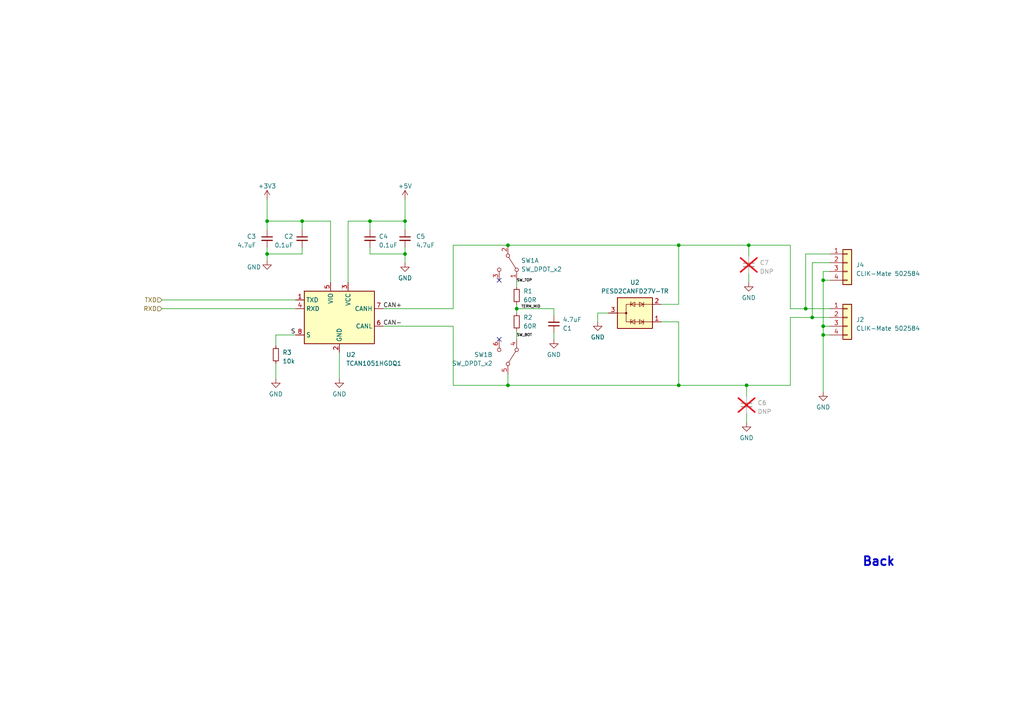
<source format=kicad_sch>
(kicad_sch (version 20230121) (generator eeschema)
  (paper "A4")
  (title_block (title "FDCAN_TRANSCEIVER") (date "2023-06-06") (company "EFPL Xplore") (comment 3 "Made by : [MYB]"))
  (lib_symbols
    (symbol "0_interface_can:TCAN1051HGDQ1"
      (property "Reference" "U" (at 0 0 0))
      (property "Value" "TCAN1051HGDQ1" (at 0 0 0))
      (symbol "TCAN1051HGDQ1_0_1"
        (rectangle (start -10.16 7.62) (end 10.16 -7.62) (stroke (width 0.254)) (fill (type background)))
      )
      (symbol "TCAN1051HGDQ1_1_1"
        (pin input line (at -12.7 5.08 0) (length 2.54) (name "TXD") (number "1"))
        (pin power_in line (at 0 -10.16 90) (length 2.54) (name "GND") (number "2"))
        (pin power_in line (at 2.54 10.16 270) (length 2.54) (name "VCC") (number "3"))
        (pin output line (at -12.7 2.54 0) (length 2.54) (name "RXD") (number "4"))
        (pin power_in line (at -2.54 10.16 270) (length 2.54) (name "VIO") (number "5"))
        (pin bidirectional line (at 12.7 -2.54 180) (length 2.54) (name "CANL") (number "6"))
        (pin bidirectional line (at 12.7 2.54 180) (length 2.54) (name "CANH") (number "7"))
        (pin input line (at -12.7 -5.08 0) (length 2.54) (name "S") (number "8"))
      )
    )
    (symbol "0_power_protection:PESD2CANFD27V-TR" (pin_names hide)
      (property "Reference" "U" (at -3.81 -6.985 0))
      (property "Value" "PESD2CANFD27V-TR" (at 14.605 -7.62 0))
      (symbol "PESD2CANFD27V-TR_0_0"
        (pin passive line (at 0 -8.255 90) (length 2.54) (name "CC") (number "3"))
      )
      (symbol "PESD2CANFD27V-TR_0_1"
        (rectangle (start -4.445 4.445) (end 4.445 -5.715) (stroke (width 0.254)) (fill (type background)))
        (circle (center 0 -3.175) (radius 0.254) (fill (type outline)))
        (polyline (pts (xy -2.54 -3.175) (xy -2.54 -1.905)))
        (polyline (pts (xy -2.54 -3.175) (xy 2.54 -3.175)))
        (polyline (pts (xy -2.54 1.905) (xy -2.54 -1.905)))
        (polyline (pts (xy -2.54 4.445) (xy -2.54 1.905)))
        (polyline (pts (xy 0 -3.175) (xy 0 -5.715)))
        (polyline (pts (xy 2.54 -3.175) (xy 2.54 -1.905)))
        (polyline (pts (xy 2.54 1.905) (xy 2.54 -1.905)))
        (polyline (pts (xy 2.54 4.445) (xy 2.54 1.905)))
        (polyline (pts (xy -3.175 -1.651) (xy -3.175 -1.905) (xy -1.905 -1.905)))
        (polyline (pts (xy -3.175 1.905) (xy -1.905 1.905) (xy -1.905 1.651)))
        (polyline (pts (xy 1.905 -1.651) (xy 1.905 -1.905) (xy 3.175 -1.905)))
        (polyline (pts (xy 1.905 1.905) (xy 3.175 1.905) (xy 3.175 1.651)))
        (polyline (pts (xy -2.54 -1.905) (xy -3.175 -0.635) (xy -1.905 -0.635) (xy -2.54 -1.905)))
        (polyline (pts (xy -2.54 1.905) (xy -1.905 0.635) (xy -3.175 0.635) (xy -2.54 1.905)))
        (polyline (pts (xy 2.54 -1.905) (xy 1.905 -0.635) (xy 3.175 -0.635) (xy 2.54 -1.905)))
        (polyline (pts (xy 2.54 1.905) (xy 3.175 0.635) (xy 1.905 0.635) (xy 2.54 1.905)))
      )
      (symbol "PESD2CANFD27V-TR_1_1"
        (pin passive line (at 2.54 6.985 270) (length 2.54) (name "K1") (number "1"))
        (pin passive line (at -2.54 6.985 270) (length 2.54) (name "K2") (number "2"))
      )
    )
    (symbol "Connector_Generic:Conn_01x04" (pin_names (offset 1.016) hide)
      (property "Reference" "J" (at 0 5.08 0))
      (property "Value" "Conn_01x04" (at 0 -7.62 0))
      (symbol "Conn_01x04_1_1"
        (rectangle (start -1.27 -4.953) (end 0 -5.207) (stroke (width 0.1524)))
        (rectangle (start -1.27 -2.413) (end 0 -2.667) (stroke (width 0.1524)))
        (rectangle (start -1.27 0.127) (end 0 -0.127) (stroke (width 0.1524)))
        (rectangle (start -1.27 2.667) (end 0 2.413) (stroke (width 0.1524)))
        (rectangle (start -1.27 3.81) (end 1.27 -6.35) (stroke (width 0.254)) (fill (type background)))
        (pin passive line (at -5.08 2.54 0) (length 3.81) (name "Pin_1") (number "1"))
        (pin passive line (at -5.08 0 0) (length 3.81) (name "Pin_2") (number "2"))
        (pin passive line (at -5.08 -2.54 0) (length 3.81) (name "Pin_3") (number "3"))
        (pin passive line (at -5.08 -5.08 0) (length 3.81) (name "Pin_4") (number "4"))
      )
    )
    (symbol "Device:C_Small" (pin_numbers hide) (pin_names (offset 0.254) hide)
      (property "Reference" "C" (at 0.254 1.778 0))
      (property "Value" "C_Small" (at 0.254 -2.032 0))
      (symbol "C_Small_0_1"
        (polyline (pts (xy -1.524 -0.508) (xy 1.524 -0.508)) (stroke (width 0.3302)))
        (polyline (pts (xy -1.524 0.508) (xy 1.524 0.508)) (stroke (width 0.3048)))
      )
      (symbol "C_Small_1_1"
        (pin passive line (at 0 2.54 270) (length 2.032) (name "~") (number "1"))
        (pin passive line (at 0 -2.54 90) (length 2.032) (name "~") (number "2"))
      )
    )
    (symbol "Device:R_Small" (pin_numbers hide) (pin_names (offset 0.254) hide)
      (property "Reference" "R" (at 0.762 0.508 0))
      (property "Value" "R_Small" (at 0.762 -1.016 0))
      (symbol "R_Small_0_1"
        (rectangle (start -0.762 1.778) (end 0.762 -1.778) (stroke (width 0.2032)))
      )
      (symbol "R_Small_1_1"
        (pin passive line (at 0 2.54 270) (length 0.762) (name "~") (number "1"))
        (pin passive line (at 0 -2.54 90) (length 0.762) (name "~") (number "2"))
      )
    )
    (symbol "PCM_4ms_Power-symbol:+3.3V" (power) (pin_names (offset 0))
      (property "Value" "+3.3V" (at 0 3.556 0))
      (symbol "+3.3V_0_1"
        (polyline (pts (xy -0.762 1.27) (xy 0 2.54)))
        (polyline (pts (xy 0 0) (xy 0 2.54)))
        (polyline (pts (xy 0 2.54) (xy 0.762 1.27)))
      )
      (symbol "+3.3V_1_1"
        (pin power_in line (at 0 0 90) (length 0) hide (name "+3V3") (number "1"))
      )
    )
    (symbol "PCM_4ms_Power-symbol:+5V" (power) (pin_names (offset 0))
      (property "Value" "+5V" (at 0 3.556 0))
      (symbol "+5V_0_1"
        (polyline (pts (xy -0.762 1.27) (xy 0 2.54)))
        (polyline (pts (xy 0 0) (xy 0 2.54)))
        (polyline (pts (xy 0 2.54) (xy 0.762 1.27)))
      )
      (symbol "+5V_1_1"
        (pin power_in line (at 0 0 90) (length 0) hide (name "+5V") (number "1"))
      )
    )
    (symbol "PCM_4ms_Power-symbol:GND" (power) (pin_names (offset 0))
      (property "Value" "GND" (at 0 -3.81 0))
      (symbol "GND_0_1"
        (polyline (pts (xy 0 0) (xy 0 -1.27) (xy 1.27 -1.27) (xy 0 -2.54) (xy -1.27 -1.27) (xy 0 -1.27)))
      )
      (symbol "GND_1_1"
        (pin power_in line (at 0 0 270) (length 0) hide (name "GND") (number "1"))
      )
    )
    (symbol "Switch:SW_DPDT_x2" (pin_names (offset 0) hide)
      (property "Reference" "SW" (at 0 4.318 0))
      (property "Value" "SW_DPDT_x2" (at 0 -5.08 0))
      (symbol "SW_DPDT_x2_0_0"
        (circle (center -2.032 0) (radius 0.508))
        (circle (center 2.032 -2.54) (radius 0.508))
      )
      (symbol "SW_DPDT_x2_0_1"
        (polyline (pts (xy -1.524 0.254) (xy 1.651 2.286)))
        (circle (center 2.032 2.54) (radius 0.508))
      )
      (symbol "SW_DPDT_x2_1_1"
        (pin passive line (at 5.08 2.54 180) (length 2.54) (name "A") (number "1"))
        (pin passive line (at -5.08 0 0) (length 2.54) (name "B") (number "2"))
        (pin passive line (at 5.08 -2.54 180) (length 2.54) (name "C") (number "3"))
      )
      (symbol "SW_DPDT_x2_2_1"
        (pin passive line (at 5.08 2.54 180) (length 2.54) (name "A") (number "4"))
        (pin passive line (at -5.08 0 0) (length 2.54) (name "B") (number "5"))
        (pin passive line (at 5.08 -2.54 180) (length 2.54) (name "C") (number "6"))
      )
    )
  )
  (junction (at 217.17 71.12))
  (junction (at 87.63 64.135))
  (junction (at 216.535 111.76))
  (junction (at 117.475 64.135))
  (junction (at 147.32 111.76))
  (junction (at 107.315 64.135))
  (junction (at 149.86 89.535))
  (junction (at 147.32 71.12))
  (junction (at 238.76 81.28))
  (junction (at 196.85 71.12))
  (junction (at 196.85 111.76))
  (junction (at 238.76 94.615))
  (junction (at 117.475 73.66))
  (junction (at 77.47 64.135))
  (junction (at 235.585 92.075))
  (junction (at 233.68 89.535))
  (junction (at 238.76 97.155))
  (junction (at 77.47 73.66))
  (no_connect (at 144.78 98.425))
  (no_connect (at 144.78 81.28))
  (wire (pts (xy 147.32 71.12) (xy 196.85 71.12)))
  (wire (pts (xy 107.315 64.135) (xy 117.475 64.135)))
  (wire (pts (xy 235.585 76.2) (xy 235.585 92.075)))
  (wire (pts (xy 77.47 71.755) (xy 77.47 73.66)))
  (wire (pts (xy 77.47 57.785) (xy 77.47 64.135)))
  (wire (pts (xy 77.47 64.135) (xy 77.47 66.675)))
  (wire (pts (xy 233.68 89.535) (xy 240.665 89.535)))
  (wire (pts (xy 46.99 86.995) (xy 85.725 86.995)))
  (wire (pts (xy 196.85 111.76) (xy 216.535 111.76)))
  (wire (pts (xy 217.17 71.12) (xy 196.85 71.12)))
  (wire (pts (xy 229.235 92.075) (xy 235.585 92.075)))
  (wire (pts (xy 238.76 81.28) (xy 240.665 81.28)))
  (wire (pts (xy 131.445 89.535) (xy 111.125 89.535)))
  (wire (pts (xy 147.32 111.76) (xy 196.85 111.76)))
  (wire (pts (xy 233.68 73.66) (xy 233.68 89.535)))
  (wire (pts (xy 160.655 96.52) (xy 160.655 98.425)))
  (wire (pts (xy 149.86 89.535) (xy 160.655 89.535)))
  (wire (pts (xy 107.315 71.755) (xy 107.315 73.66)))
  (wire (pts (xy 149.86 95.885) (xy 149.86 98.425)))
  (wire (pts (xy 131.445 71.12) (xy 147.32 71.12)))
  (wire (pts (xy 147.32 108.585) (xy 147.32 111.76)))
  (wire (pts (xy 229.235 71.12) (xy 217.17 71.12)))
  (wire (pts (xy 111.125 94.615) (xy 131.445 94.615)))
  (wire (pts (xy 217.17 71.12) (xy 217.17 74.295)))
  (wire (pts (xy 131.445 111.76) (xy 147.32 111.76)))
  (wire (pts (xy 233.68 73.66) (xy 240.665 73.66)))
  (wire (pts (xy 238.76 94.615) (xy 240.665 94.615)))
  (wire (pts (xy 107.315 64.135) (xy 100.965 64.135)))
  (wire (pts (xy 196.85 71.12) (xy 196.85 88.265)))
  (wire (pts (xy 173.355 93.345) (xy 173.355 90.805)))
  (wire (pts (xy 77.47 73.66) (xy 77.47 75.565)))
  (wire (pts (xy 87.63 64.135) (xy 95.885 64.135)))
  (wire (pts (xy 87.63 73.66) (xy 77.47 73.66)))
  (wire (pts (xy 100.965 64.135) (xy 100.965 81.915)))
  (wire (pts (xy 196.85 93.345) (xy 191.77 93.345)))
  (wire (pts (xy 238.76 113.665) (xy 238.76 97.155)))
  (wire (pts (xy 149.86 83.185) (xy 149.86 81.28)))
  (wire (pts (xy 46.99 89.535) (xy 85.725 89.535)))
  (wire (pts (xy 131.445 94.615) (xy 131.445 111.76)))
  (wire (pts (xy 229.235 92.075) (xy 229.235 111.76)))
  (wire (pts (xy 216.535 111.76) (xy 216.535 114.935)))
  (wire (pts (xy 117.475 73.66) (xy 117.475 76.2)))
  (wire (pts (xy 80.01 109.855) (xy 80.01 105.41)))
  (wire (pts (xy 80.01 100.33) (xy 80.01 97.155)))
  (wire (pts (xy 131.445 71.12) (xy 131.445 89.535)))
  (wire (pts (xy 238.76 81.28) (xy 238.76 78.74)))
  (wire (pts (xy 87.63 66.675) (xy 87.63 64.135)))
  (wire (pts (xy 160.655 89.535) (xy 160.655 91.44)))
  (wire (pts (xy 149.86 89.535) (xy 149.86 90.805)))
  (wire (pts (xy 235.585 92.075) (xy 240.665 92.075)))
  (wire (pts (xy 173.355 90.805) (xy 176.53 90.805)))
  (wire (pts (xy 229.235 71.12) (xy 229.235 89.535)))
  (wire (pts (xy 149.86 88.265) (xy 149.86 89.535)))
  (wire (pts (xy 87.63 71.755) (xy 87.63 73.66)))
  (wire (pts (xy 235.585 76.2) (xy 240.665 76.2)))
  (wire (pts (xy 107.315 66.675) (xy 107.315 64.135)))
  (wire (pts (xy 238.76 97.155) (xy 240.665 97.155)))
  (wire (pts (xy 80.01 97.155) (xy 85.725 97.155)))
  (wire (pts (xy 216.535 122.555) (xy 216.535 120.015)))
  (wire (pts (xy 238.76 78.74) (xy 240.665 78.74)))
  (wire (pts (xy 238.76 94.615) (xy 238.76 97.155)))
  (wire (pts (xy 117.475 71.755) (xy 117.475 73.66)))
  (wire (pts (xy 117.475 57.785) (xy 117.475 64.135)))
  (wire (pts (xy 217.17 81.915) (xy 217.17 79.375)))
  (wire (pts (xy 196.85 88.265) (xy 191.77 88.265)))
  (wire (pts (xy 117.475 64.135) (xy 117.475 66.675)))
  (wire (pts (xy 98.425 102.235) (xy 98.425 109.855)))
  (wire (pts (xy 238.76 81.28) (xy 238.76 94.615)))
  (wire (pts (xy 107.315 73.66) (xy 117.475 73.66)))
  (wire (pts (xy 95.885 64.135) (xy 95.885 81.915)))
  (wire (pts (xy 216.535 111.76) (xy 229.235 111.76)))
  (wire (pts (xy 196.85 111.76) (xy 196.85 93.345)))
  (wire (pts (xy 233.68 89.535) (xy 229.235 89.535)))
  (wire (pts (xy 77.47 64.135) (xy 87.63 64.135)))
  (text "Back" (at 259.715 164.465 0) (effects (font (size 2.54 2.54) bold) (justify right bottom)))
  (label "CAN-" (at 111.125 94.615 0))
  (label "S" (at 85.725 97.155 180))
  (label "TERM_MID" (at 151.13 89.535 0) (effects (font (size 0.762 0.762) bold)))
  (label "SW_BOT" (at 149.86 97.79 0) (effects (font (size 0.762 0.762) bold)))
  (label "SW_TOP" (at 149.86 81.915 0) (effects (font (size 0.762 0.762) bold)))
  (label "CAN+" (at 111.125 89.535 0))
  (hierarchical_label "TXD" (shape input) (at 46.99 86.995 180))
  (hierarchical_label "RXD" (shape input) (at 46.99 89.535 180))
  (symbol (lib_id "0_interface_can:TCAN1051HGDQ1") (at 98.425 92.075 0) (unit 1)
    (property "Reference" "U2" (at 100.3809 102.87 0) (effects (justify left)))
    (property "Value" "TCAN1051HGDQ1" (at 100.3809 105.41 0) (effects (justify left)))
    (property "Footprint" "Package_SO:SOIC-8_3.9x4.9mm_P1.27mm" (effects hide))
    (property "Datasheet" "https://www.ti.com/lit/ds/symlink/tcan1051g-q1.pdf?HQS=dis-mous-null-mousermode-dsf-pf-null-wwe&ts=1667828631710&ref_url=https%253A%252F%252Fwww.mouser.ch%252F" (effects hide))
    (instances (project "jetson_hat" (path "" (reference "U2") (unit 1)) (path "" (reference "U1") (unit 1)) (path "" (reference "U3") (unit 1)) (path "" (reference "U7") (unit 1))))
  )
  (symbol (lib_id "Switch:SW_DPDT_x2") (at 147.32 76.2 270) (unit 1)
    (property "Reference" "SW1" (at 151.13 75.565 90) (effects (justify left)))
    (property "Value" "SW_DPDT_x2" (at 151.13 78.105 90) (effects (justify left)))
    (property "Footprint" "0_switch_button:CAS-220TB" (effects hide))
    (instances (project "jetson_hat" (path "" (reference "SW1") (unit 1)) (path "" (reference "SW2") (unit 1)) (path "" (reference "SW3") (unit 1))))
  )
  (symbol (lib_id "PCM_4ms_Power-symbol:GND") (at 80.01 109.855 0) (unit 1)
    (property "Reference" "#PWR02" (effects hide))
    (property "Value" "GND" (at 80.01 114.3 0))
    (instances (project "jetson_hat" (path "" (reference "#PWR02") (unit 1)) (path "" (reference "#PWR014") (unit 1)) (path "" (reference "#PWR015") (unit 1)) (path "" (reference "#PWR038") (unit 1))))
  )
  (symbol (lib_id "Device:R_Small") (at 149.86 93.345 0) (unit 1)
    (property "Reference" "R2" (at 151.765 92.075 0) (effects (justify left)))
    (property "Value" "60R" (at 151.765 94.615 0) (effects (justify left)))
    (property "Footprint" "Resistor_SMD:R_0603_1608Metric_Pad0.98x0.95mm_HandSolder" (effects hide))
    (instances (project "jetson_hat" (path "" (reference "R2") (unit 1)) (path "" (reference "R6") (unit 1)) (path "" (reference "R9") (unit 1))))
  )
  (symbol (lib_id "PCM_4ms_Power-symbol:GND") (at 98.425 109.855 0) (unit 1)
    (property "Reference" "#PWR02" (effects hide))
    (property "Value" "GND" (at 98.425 114.3 0))
    (instances (project "jetson_hat" (path "" (reference "#PWR02") (unit 1)) (path "" (reference "#PWR07") (unit 1)) (path "" (reference "#PWR017") (unit 1)) (path "" (reference "#PWR040") (unit 1))))
  )
  (symbol (lib_id "PCM_4ms_Power-symbol:GND") (at 217.17 81.915 0) (unit 1)
    (property "Reference" "#PWR02" (effects hide))
    (property "Value" "GND" (at 217.17 86.36 0))
    (instances (project "jetson_hat" (path "" (reference "#PWR02") (unit 1)) (path "" (reference "#PWR025") (unit 1)) (path "" (reference "#PWR026") (unit 1)) (path "" (reference "#PWR049") (unit 1))))
  )
  (symbol (lib_id "PCM_4ms_Power-symbol:GND") (at 173.355 93.345 0) (unit 1)
    (property "Reference" "#PWR02" (effects hide))
    (property "Value" "GND" (at 173.355 97.79 0))
    (instances (project "jetson_hat" (path "" (reference "#PWR02") (unit 1)) (path "" (reference "#PWR011") (unit 1)) (path "" (reference "#PWR021") (unit 1)) (path "" (reference "#PWR044") (unit 1))))
  )
  (symbol (lib_id "Device:C_Small") (at 107.315 69.215 0) (unit 1)
    (property "Reference" "C4" (at 109.855 68.5863 0) (effects (justify left)))
    (property "Value" "0.1uF" (at 109.855 71.1263 0) (effects (justify left)))
    (property "Footprint" "Capacitor_SMD:C_0603_1608Metric_Pad1.08x0.95mm_HandSolder" (effects hide))
    (instances (project "jetson_hat" (path "" (reference "C4") (unit 1)) (path "" (reference "C10") (unit 1)) (path "" (reference "C23") (unit 1))))
  )
  (symbol (lib_id "Connector_Generic:Conn_01x04") (at 245.745 76.2 0) (unit 1)
    (property "Reference" "J4" (at 248.285 76.835 0) (effects (justify left)))
    (property "Value" "CLIK-Mate 502584" (at 248.285 79.375 0) (effects (justify left)))
    (property "Footprint" "Connector_Molex:Molex_CLIK-Mate_505405-0470_1x04-1MP_P1.50mm_Vertical" (effects hide))
    (instances (project "jetson_hat" (path "" (reference "J4") (unit 1)) (path "" (reference "J5") (unit 1)) (path "" (reference "J7") (unit 1))))
  )
  (symbol (lib_id "PCM_4ms_Power-symbol:GND") (at 216.535 122.555 0) (unit 1)
    (property "Reference" "#PWR02" (effects hide))
    (property "Value" "GND" (at 216.535 127 0))
    (instances (project "jetson_hat" (path "" (reference "#PWR02") (unit 1)) (path "" (reference "#PWR012") (unit 1)) (path "" (reference "#PWR022") (unit 1)) (path "" (reference "#PWR045") (unit 1))))
  )
  (symbol (lib_id "Device:C_Small") (at 77.47 69.215 0) (mirror y) (unit 1)
    (property "Reference" "C3" (at 74.295 68.5863 0) (effects (justify left)))
    (property "Value" "4.7uF" (at 74.295 71.1263 0) (effects (justify left)))
    (property "Footprint" "Capacitor_SMD:C_0603_1608Metric_Pad1.08x0.95mm_HandSolder" (effects hide))
    (instances (project "jetson_hat" (path "" (reference "C3") (unit 1)) (path "" (reference "C8") (unit 1)) (path "" (reference "C21") (unit 1))))
  )
  (symbol (lib_id "PCM_4ms_Power-symbol:+5V") (at 117.475 57.785 0) (unit 1)
    (property "Reference" "#PWR03" (effects hide))
    (property "Value" "+5V" (at 117.475 53.975 0))
    (instances (project "jetson_hat" (path "" (reference "#PWR03") (unit 1)) (path "" (reference "#PWR06") (unit 1)) (path "" (reference "#PWR018") (unit 1)) (path "" (reference "#PWR041") (unit 1))))
  )
  (symbol (lib_id "Connector_Generic:Conn_01x04") (at 245.745 92.075 0) (unit 1)
    (property "Reference" "J2" (at 248.285 92.71 0) (effects (justify left)))
    (property "Value" "CLIK-Mate 502584" (at 248.285 95.25 0) (effects (justify left)))
    (property "Footprint" "Connector_Molex:Molex_CLIK-Mate_505405-0470_1x04-1MP_P1.50mm_Vertical" (effects hide))
    (instances (project "jetson_hat" (path "" (reference "J2") (unit 1)) (path "" (reference "J3") (unit 1)) (path "" (reference "J9") (unit 1))))
  )
  (symbol (lib_id "Device:R_Small") (at 80.01 102.87 0) (unit 1)
    (property "Reference" "R3" (at 81.915 102.235 0) (effects (justify left)))
    (property "Value" "10k" (at 81.915 104.775 0) (effects (justify left)))
    (property "Footprint" "Resistor_SMD:R_0603_1608Metric_Pad0.98x0.95mm_HandSolder" (effects hide))
    (instances (project "jetson_hat" (path "" (reference "R3") (unit 1)) (path "" (reference "R4") (unit 1)) (path "" (reference "R7") (unit 1))))
  )
  (symbol (lib_id "PCM_4ms_Power-symbol:GND") (at 117.475 76.2 0) (unit 1)
    (property "Reference" "#PWR02" (effects hide))
    (property "Value" "GND" (at 117.475 80.645 0))
    (instances (project "jetson_hat" (path "" (reference "#PWR02") (unit 1)) (path "" (reference "#PWR010") (unit 1)) (path "" (reference "#PWR019") (unit 1)) (path "" (reference "#PWR042") (unit 1))))
  )
  (symbol (lib_id "Device:C_Small") (at 160.655 93.98 180) (unit 1)
    (property "Reference" "C1" (at 163.195 95.25 0) (effects (justify right)))
    (property "Value" "4.7uF" (at 163.195 92.71 0) (effects (justify right)))
    (property "Footprint" "Capacitor_SMD:C_0603_1608Metric_Pad1.08x0.95mm_HandSolder" (effects hide))
    (instances (project "jetson_hat" (path "" (reference "C1") (unit 1)) (path "" (reference "C12") (unit 1)) (path "" (reference "C25") (unit 1))))
  )
  (symbol (lib_id "Device:C_Small") (at 87.63 69.215 0) (mirror y) (unit 1)
    (property "Reference" "C2" (at 85.09 68.5863 0) (effects (justify left)))
    (property "Value" "0.1uF" (at 85.09 71.1263 0) (effects (justify left)))
    (property "Footprint" "Capacitor_SMD:C_0603_1608Metric_Pad1.08x0.95mm_HandSolder" (effects hide))
    (instances (project "jetson_hat" (path "" (reference "C2") (unit 1)) (path "" (reference "C9") (unit 1)) (path "" (reference "C22") (unit 1))))
  )
  (symbol (lib_id "PCM_4ms_Power-symbol:GND") (at 160.655 98.425 0) (unit 1)
    (property "Reference" "#PWR02" (effects hide))
    (property "Value" "GND" (at 160.655 102.87 0))
    (instances (project "jetson_hat" (path "" (reference "#PWR02") (unit 1)) (path "" (reference "#PWR08") (unit 1)) (path "" (reference "#PWR020") (unit 1)) (path "" (reference "#PWR043") (unit 1))))
  )
  (symbol (lib_id "PCM_4ms_Power-symbol:GND") (at 238.76 113.665 0) (unit 1)
    (property "Reference" "#PWR02" (effects hide))
    (property "Value" "GND" (at 238.76 118.11 0))
    (instances (project "jetson_hat" (path "" (reference "#PWR02") (unit 1)) (path "" (reference "#PWR013") (unit 1)) (path "" (reference "#PWR023") (unit 1)) (path "" (reference "#PWR046") (unit 1))))
  )
  (symbol (lib_id "Device:C_Small") (at 216.535 117.475 0) (unit 1) (dnp yes)
    (property "Reference" "C6" (at 219.71 116.8463 0) (effects (justify left)))
    (property "Value" "DNP" (at 219.71 119.3863 0) (effects (justify left)))
    (property "Footprint" "Capacitor_SMD:C_0603_1608Metric_Pad1.08x0.95mm_HandSolder" (effects hide))
    (instances (project "jetson_hat" (path "" (reference "C6") (unit 1)) (path "" (reference "C13") (unit 1)) (path "" (reference "C26") (unit 1))))
  )
  (symbol (lib_id "Device:C_Small") (at 117.475 69.215 0) (unit 1)
    (property "Reference" "C5" (at 120.65 68.5863 0) (effects (justify left)))
    (property "Value" "4.7uF" (at 120.65 71.1263 0) (effects (justify left)))
    (property "Footprint" "Capacitor_SMD:C_0603_1608Metric_Pad1.08x0.95mm_HandSolder" (effects hide))
    (instances (project "jetson_hat" (path "" (reference "C5") (unit 1)) (path "" (reference "C11") (unit 1)) (path "" (reference "C24") (unit 1))))
  )
  (symbol (lib_id "PCM_4ms_Power-symbol:+3.3V") (at 77.47 57.785 0) (unit 1)
    (property "Reference" "#PWR01" (effects hide))
    (property "Value" "+3.3V" (at 77.47 53.975 0))
    (instances (project "jetson_hat" (path "" (reference "#PWR01") (unit 1)) (path "" (reference "#PWR04") (unit 1)) (path "" (reference "#PWR016") (unit 1)) (path "" (reference "#PWR039") (unit 1))))
  )
  (symbol (lib_id "0_power_protection:PESD2CANFD27V-TR") (at 184.785 90.805 270) (unit 1)
    (property "Reference" "U2" (at 184.15 81.915 90))
    (property "Value" "PESD2CANFD27V-TR" (at 184.15 84.455 90))
    (property "Footprint" "Package_TO_SOT_SMD:SOT-23" (effects hide))
    (property "Datasheet" "https://assets.nexperia.com/documents/data-sheet/PESD2CANFD27V-T.pdf" (effects hide))
    (instances (project "jetson_hat" (path "" (reference "U2") (unit 1)) (path "" (reference "U4") (unit 1)) (path "" (reference "U8") (unit 1))))
  )
  (symbol (lib_id "Device:R_Small") (at 149.86 85.725 0) (unit 1)
    (property "Reference" "R1" (at 151.765 84.455 0) (effects (justify left)))
    (property "Value" "60R" (at 151.765 86.995 0) (effects (justify left)))
    (property "Footprint" "Resistor_SMD:R_0603_1608Metric_Pad0.98x0.95mm_HandSolder" (effects hide))
    (instances (project "jetson_hat" (path "" (reference "R1") (unit 1)) (path "" (reference "R5") (unit 1)) (path "" (reference "R8") (unit 1))))
  )
  (symbol (lib_id "Switch:SW_DPDT_x2") (at 147.32 103.505 270) (mirror x) (unit 2)
    (property "Reference" "SW1" (at 142.875 102.87 90) (effects (justify right)))
    (property "Value" "SW_DPDT_x2" (at 142.875 105.41 90) (effects (justify right)))
    (property "Footprint" "0_switch_button:CAS-220TB" (effects hide))
    (instances (project "jetson_hat" (path "" (reference "SW1") (unit 2)) (path "" (reference "SW2") (unit 2)) (path "" (reference "SW3") (unit 2))))
  )
  (symbol (lib_id "PCM_4ms_Power-symbol:GND") (at 77.47 75.565 0) (unit 1)
    (property "Reference" "#PWR02" (effects hide))
    (property "Value" "GND" (at 73.66 77.47 0))
    (instances (project "jetson_hat" (path "" (reference "#PWR02") (unit 1)) (path "" (reference "#PWR09") (unit 1)) (path "" (reference "#PWR05") (unit 1)) (path "" (reference "#PWR037") (unit 1))))
  )
  (symbol (lib_id "Device:C_Small") (at 217.17 76.835 0) (unit 1) (dnp yes)
    (property "Reference" "C7" (at 220.345 76.2063 0) (effects (justify left)))
    (property "Value" "DNP" (at 220.345 78.7463 0) (effects (justify left)))
    (property "Footprint" "Capacitor_SMD:C_0603_1608Metric_Pad1.08x0.95mm_HandSolder" (effects hide))
    (instances (project "jetson_hat" (path "" (reference "C7") (unit 1)) (path "" (reference "C14") (unit 1)) (path "" (reference "C27") (unit 1))))
  )
)
</source>
